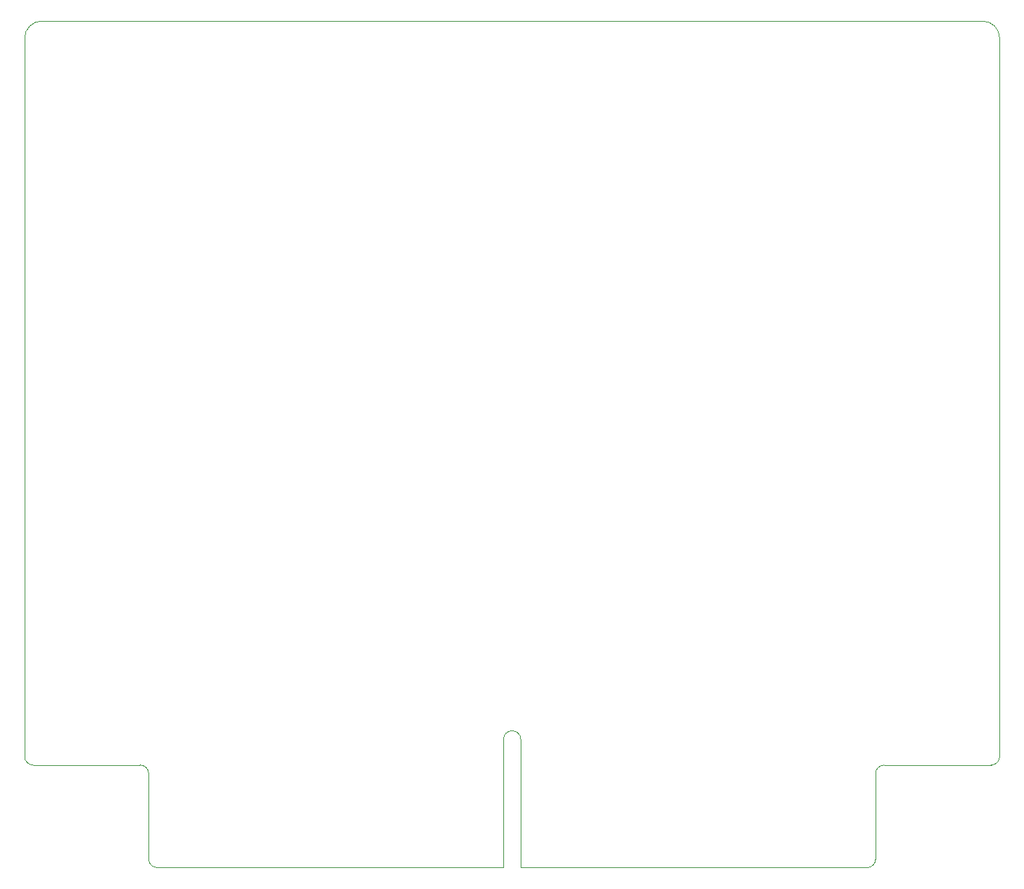
<source format=gbr>
G04 #@! TF.GenerationSoftware,KiCad,Pcbnew,7.0.9*
G04 #@! TF.CreationDate,2024-04-03T05:00:36-05:00*
G04 #@! TF.ProjectId,Tester - Entrex Front Panel,54657374-6572-4202-9d20-456e74726578,rev?*
G04 #@! TF.SameCoordinates,Original*
G04 #@! TF.FileFunction,Profile,NP*
%FSLAX46Y46*%
G04 Gerber Fmt 4.6, Leading zero omitted, Abs format (unit mm)*
G04 Created by KiCad (PCBNEW 7.0.9) date 2024-04-03 05:00:36*
%MOMM*%
%LPD*%
G01*
G04 APERTURE LIST*
G04 #@! TA.AperFunction,Profile*
%ADD10C,0.050000*%
G04 #@! TD*
G04 APERTURE END LIST*
D10*
X44568000Y-43346000D02*
X44568000Y-127346000D01*
X143068000Y-140346000D02*
X102568000Y-140346000D01*
X59068000Y-139346000D02*
X59068000Y-129346000D01*
X157568000Y-128346000D02*
G75*
G03*
X158568000Y-127346000I0J1000000D01*
G01*
X158568000Y-43346000D02*
G75*
G03*
X156568000Y-41346000I-2000000J0D01*
G01*
X102568000Y-125346000D02*
G75*
G03*
X100568000Y-125346000I-1000000J0D01*
G01*
X58068000Y-128346000D02*
X45568000Y-128346000D01*
X44568000Y-127346000D02*
G75*
G03*
X45568000Y-128346000I1000000J0D01*
G01*
X145068000Y-128346000D02*
X157568000Y-128346000D01*
X143068000Y-140346000D02*
G75*
G03*
X144068000Y-139346000I0J1000000D01*
G01*
X102568000Y-140346000D02*
X102568000Y-125346000D01*
X100568000Y-140346000D02*
X100568000Y-125346000D01*
X145068000Y-128346000D02*
G75*
G03*
X144068000Y-129346000I0J-1000000D01*
G01*
X46568000Y-41346000D02*
G75*
G03*
X44568000Y-43346000I0J-2000000D01*
G01*
X144068000Y-139346000D02*
X144068000Y-129346000D01*
X156568000Y-41346000D02*
X46568000Y-41346000D01*
X59068000Y-129346000D02*
G75*
G03*
X58068000Y-128346000I-1000000J0D01*
G01*
X158568000Y-127346000D02*
X158568000Y-43346000D01*
X60068000Y-140346000D02*
X100568000Y-140346000D01*
X59068000Y-139346000D02*
G75*
G03*
X60068000Y-140346000I1000000J0D01*
G01*
M02*

</source>
